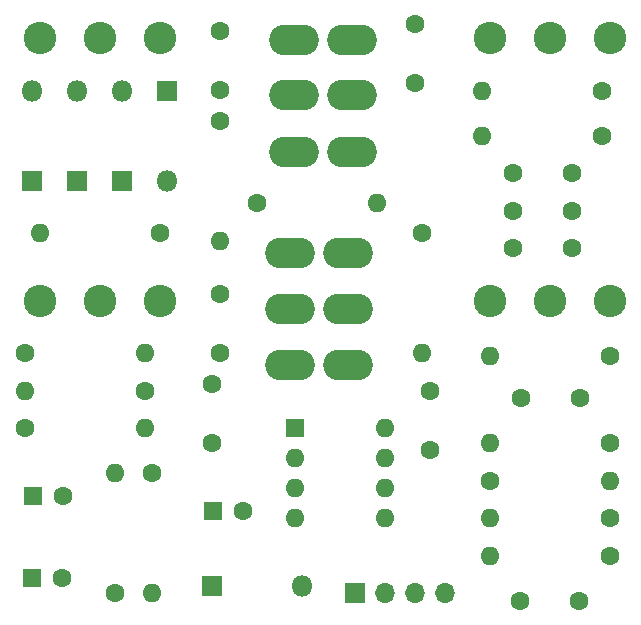
<source format=gts>
G04 #@! TF.GenerationSoftware,KiCad,Pcbnew,7.0.11+dfsg-1build4*
G04 #@! TF.CreationDate,2026-01-27T20:44:15-05:00*
G04 #@! TF.ProjectId,Overdrive-01-KoT,4f766572-6472-4697-9665-2d30312d4b6f,rev?*
G04 #@! TF.SameCoordinates,Original*
G04 #@! TF.FileFunction,Soldermask,Top*
G04 #@! TF.FilePolarity,Negative*
%FSLAX46Y46*%
G04 Gerber Fmt 4.6, Leading zero omitted, Abs format (unit mm)*
G04 Created by KiCad (PCBNEW 7.0.11+dfsg-1build4) date 2026-01-27 20:44:15*
%MOMM*%
%LPD*%
G01*
G04 APERTURE LIST*
%ADD10C,1.600000*%
%ADD11O,1.600000X1.600000*%
%ADD12R,1.600000X1.600000*%
%ADD13R,1.700000X1.700000*%
%ADD14O,1.700000X1.700000*%
%ADD15O,4.203200X2.619200*%
%ADD16C,2.743200*%
%ADD17R,1.800000X1.800000*%
%ADD18O,1.800000X1.800000*%
G04 APERTURE END LIST*
D10*
X143510000Y-100330000D03*
D11*
X133350000Y-100330000D03*
D12*
X94702621Y-104775000D03*
D10*
X97202621Y-104775000D03*
X113665000Y-80010000D03*
D11*
X123825000Y-80010000D03*
D13*
X121920000Y-113030000D03*
D14*
X124460000Y-113030000D03*
X127000000Y-113030000D03*
X129540000Y-113030000D03*
D10*
X110490000Y-73025000D03*
D11*
X110490000Y-83185000D03*
D12*
X94615000Y-111760000D03*
D10*
X97115000Y-111760000D03*
D15*
X116455000Y-84250000D03*
X116455000Y-88950000D03*
X116455000Y-93730000D03*
X121325000Y-84250000D03*
X121325000Y-88950000D03*
X121325000Y-93730000D03*
D10*
X133350000Y-103505000D03*
D11*
X143510000Y-103505000D03*
D10*
X140970000Y-96520000D03*
X135970000Y-96520000D03*
D16*
X105410000Y-88265000D03*
X100330000Y-88265000D03*
X95250000Y-88265000D03*
D17*
X98425000Y-78105000D03*
D18*
X98425000Y-70485000D03*
D17*
X102235000Y-78105000D03*
D18*
X102235000Y-70485000D03*
D10*
X104140000Y-95885000D03*
D11*
X93980000Y-95885000D03*
D10*
X93980000Y-99060000D03*
D11*
X104140000Y-99060000D03*
D10*
X140930000Y-113665000D03*
X135930000Y-113665000D03*
D16*
X143510000Y-66040000D03*
X138430000Y-66040000D03*
X133350000Y-66040000D03*
D10*
X101600000Y-113030000D03*
D11*
X101600000Y-102870000D03*
D10*
X110490000Y-70445000D03*
X110490000Y-65445000D03*
X142875000Y-70485000D03*
D11*
X132715000Y-70485000D03*
D12*
X109942621Y-106045000D03*
D10*
X112442621Y-106045000D03*
D15*
X116800000Y-66165000D03*
X116800000Y-70865000D03*
X116800000Y-75645000D03*
X121670000Y-66165000D03*
X121670000Y-70865000D03*
X121670000Y-75645000D03*
D10*
X104775000Y-102870000D03*
D11*
X104775000Y-113030000D03*
D16*
X105410000Y-66040000D03*
X100330000Y-66040000D03*
X95250000Y-66040000D03*
D10*
X109855000Y-100290000D03*
X109855000Y-95290000D03*
X140295000Y-83820000D03*
X135295000Y-83820000D03*
X127000000Y-69850000D03*
X127000000Y-64850000D03*
X128270000Y-95925000D03*
X128270000Y-100925000D03*
X143510000Y-92964000D03*
D11*
X133350000Y-92964000D03*
D10*
X135295000Y-80645000D03*
X140295000Y-80645000D03*
X93980000Y-92710000D03*
D11*
X104140000Y-92710000D03*
D17*
X94615000Y-78105000D03*
D18*
X94615000Y-70485000D03*
D10*
X143510000Y-109855000D03*
D11*
X133350000Y-109855000D03*
D12*
X116850000Y-99070000D03*
D11*
X116850000Y-101610000D03*
X116850000Y-104150000D03*
X116850000Y-106690000D03*
X124470000Y-106690000D03*
X124470000Y-104150000D03*
X124470000Y-101610000D03*
X124470000Y-99070000D03*
D10*
X105410000Y-82550000D03*
D11*
X95250000Y-82550000D03*
D17*
X106045000Y-70485000D03*
D18*
X106045000Y-78105000D03*
D10*
X127635000Y-82550000D03*
D11*
X127635000Y-92710000D03*
D10*
X110490000Y-92670000D03*
X110490000Y-87670000D03*
D16*
X143510000Y-88265000D03*
X138430000Y-88265000D03*
X133350000Y-88265000D03*
D10*
X143510000Y-106680000D03*
D11*
X133350000Y-106680000D03*
D10*
X135295000Y-77470000D03*
X140295000Y-77470000D03*
D17*
X109855000Y-112395000D03*
D18*
X117475000Y-112395000D03*
D10*
X142875000Y-74295000D03*
D11*
X132715000Y-74295000D03*
M02*

</source>
